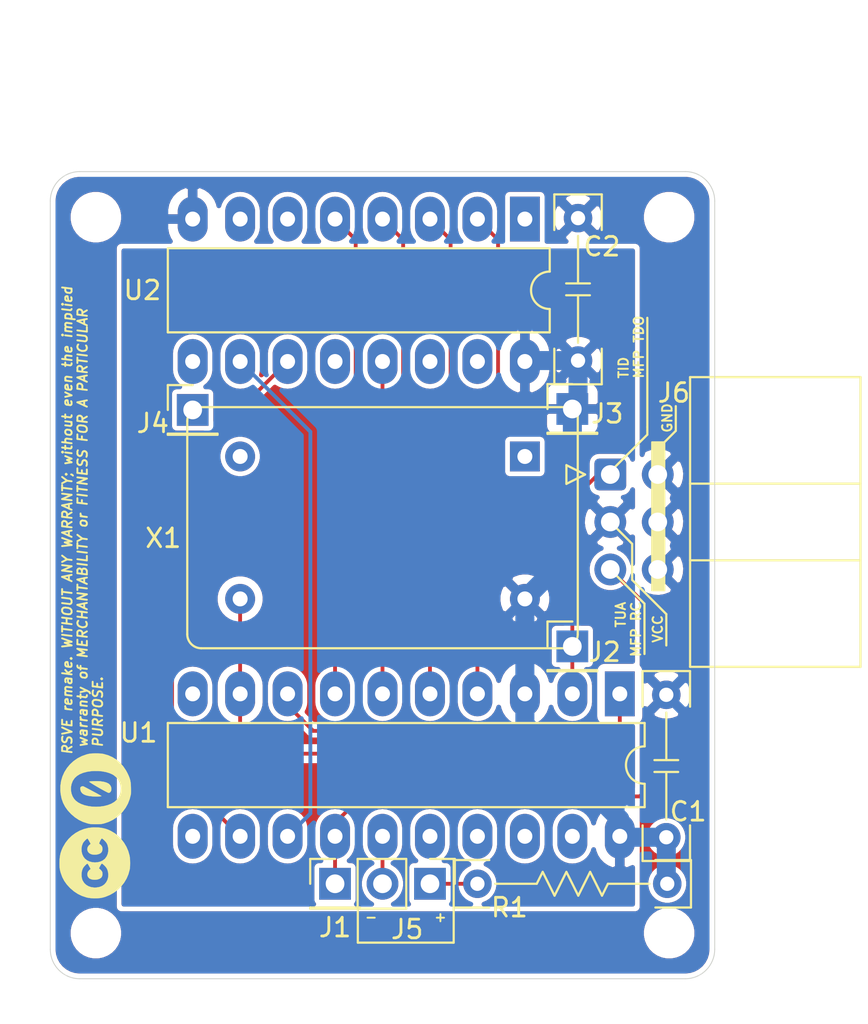
<source format=kicad_pcb>
(kicad_pcb (version 20171130) (host pcbnew 5.1.12-84ad8e8a86~92~ubuntu18.04.1)
  (title_block (date 2022-11-09))
  (layers (0 F.Cu signal) (1 In1.Cu signal) (2 In2.Cu signal) (31 B.Cu signal) (34 B.Paste user) (35 F.Paste user) (36 B.SilkS user) (37 F.SilkS user) (38 B.Mask user) (39 F.Mask user) (44 Edge.Cuts user))
  (net 0 "")
  (net 1 GND)
  (net 2 VCC)
  (net 3 /tua)
  (net 4 /tid)
  (net 5 /led-)
  (net 6 /led+)
  (net 7 "Net-(U1-Pad19)")
  (net 8 /clk)
  (net 9 "Net-(U1-Pad18)")
  (net 10 /q7)
  (net 11 "Net-(U1-Pad17)")
  (net 12 "Net-(U1-Pad7)")
  (net 13 "Net-(U1-Pad16)")
  (net 14 "Net-(U1-Pad6)")
  (net 15 "Net-(U1-Pad5)")
  (net 16 "Net-(U1-Pad4)")
  (net 17 /cp)
  (net 18 /mr)
  (net 19 "Net-(U2-Pad15)")
  (net 20 "Net-(U2-Pad7)")
  (net 21 "Net-(U2-Pad14)")
  (net 22 "Net-(U2-Pad6)")
  (net 23 "Net-(U2-Pad12)")
  (net 24 "Net-(U2-Pad9)")
  (net 25 "Net-(U2-Pad1)")
  (net 26 "Net-(X1-Pad1)")
  (module MountingHole:MountingHole_2.2mm_M2 (layer F.Cu) (at 78.6384 116.8908)
    (fp_text reference H4)
    (fp_text value M2)
    (pad 1 np_thru_hole circle (at 0 0) (size 2.2 2.2) (drill 2.2) (layers *.Cu *.Mask))
  )
  (module MountingHole:MountingHole_2.2mm_M2 (layer F.Cu) (at 109.3216 116.8908)
    (fp_text reference H3)
    (fp_text value M2)
    (pad 1 np_thru_hole circle (at 0 0) (size 2.2 2.2) (drill 2.2) (layers *.Cu *.Mask))
  )
  (module MountingHole:MountingHole_2.2mm_M2 (layer F.Cu) (at 109.3216 78.5876)
    (fp_text reference H2)
    (fp_text value M2)
    (pad 1 np_thru_hole circle (at 0 0) (size 2.2 2.2) (drill 2.2) (layers *.Cu *.Mask))
  )
  (module MountingHole:MountingHole_2.2mm_M2 (layer F.Cu) (at 78.6384 78.5876)
    (fp_text reference H1)
    (fp_text value M2)
    (pad 1 np_thru_hole circle (at 0 0) (size 2.2 2.2) (drill 2.2) (layers *.Cu *.Mask))
  )
  (module cliparts:logo--cc--zero (layer F.Cu) (at 78.6384 109.1692 90)
    (fp_text reference G*** hide)
    (fp_text value LOGO hide)
    (fp_poly (pts (xy 0.057321 -0.830424) (xy 0.083463 -0.820686) (xy 0.117309 -0.780814) (xy 0.137478 -0.725549) (xy 0.137747 -0.680571) (xy 0.127503 -0.657424) (xy 0.102603 -0.607525) (xy 0.06567 -0.535781) (xy 0.019328 -0.447098) (xy -0.033802 -0.346382) (xy -0.091097 -0.238539) (xy -0.149934 -0.128475) (xy -0.20769 -0.021096) (xy -0.261742 0.07869) (xy -0.309468 0.165979) (xy -0.348245 0.235863) (xy -0.375451 0.283438) (xy -0.388462 0.303795) (xy -0.388486 0.30382) (xy -0.393459 0.290764) (xy -0.400181 0.249603) (xy -0.407406 0.188391) (xy -0.40931 0.169171) (xy -0.413139 0.092066) (xy -0.413075 -0.007241) (xy -0.409332 -0.114899) (xy -0.403675 -0.199571) (xy -0.382038 -0.376288) (xy -0.349163 -0.520517) (xy -0.304017 -0.634591) (xy -0.245569 -0.720841) (xy -0.172787 -0.781601) (xy -0.138177 -0.799862) (xy -0.070544 -0.82254) (xy -0.001027 -0.833136) (xy 0.057321 -0.830424)) (layer F.SilkS) (width 0.01))
    (fp_poly (pts (xy 0.383764 -0.357274) (xy 0.393353 -0.321778) (xy 0.40108 -0.257806) (xy 0.406723 -0.173131) (xy 0.41006 -0.075525) (xy 0.410869 0.027239) (xy 0.408929 0.127388) (xy 0.404016 0.217149) (xy 0.401074 0.249312) (xy 0.3739 0.425253) (xy 0.333003 0.568124) (xy 0.278198 0.678521) (xy 0.261348 0.702372) (xy 0.190452 0.769059) (xy 0.101924 0.813267) (xy 0.00607 0.831874) (xy -0.086801 0.82176) (xy -0.108484 0.814324) (xy -0.177149 0.773742) (xy -0.212652 0.720491) (xy -0.217714 0.686685) (xy -0.209228 0.658752) (xy -0.185436 0.606283) (xy -0.14884 0.53362) (xy -0.101939 0.445101) (xy -0.047235 0.345066) (xy 0.012774 0.237856) (xy 0.075585 0.12781) (xy 0.138699 0.019269) (xy 0.199616 -0.083428) (xy 0.255834 -0.175941) (xy 0.304853 -0.253931) (xy 0.344174 -0.313056) (xy 0.371295 -0.348978) (xy 0.383716 -0.357356) (xy 0.383764 -0.357274)) (layer F.SilkS) (width 0.01))
    (fp_poly (pts (xy 0.165523 -1.89717) (xy 0.419686 -1.859637) (xy 0.664181 -1.787833) (xy 0.896761 -1.682579) (xy 1.115182 -1.544698) (xy 1.304474 -1.38712) (xy 1.481837 -1.195152) (xy 1.631406 -0.981221) (xy 1.750897 -0.749165) (xy 1.838026 -0.502822) (xy 1.844128 -0.480359) (xy 1.863624 -0.401998) (xy 1.877214 -0.332288) (xy 1.885988 -0.26112) (xy 1.891036 -0.178383) (xy 1.893449 -0.073966) (xy 1.893958 -0.018143) (xy 1.893143 0.121119) (xy 1.888203 0.233522) (xy 1.878477 0.32833) (xy 1.8633 0.414805) (xy 1.862771 0.417286) (xy 1.792249 0.662677) (xy 1.689954 0.891356) (xy 1.557011 1.101922) (xy 1.394546 1.292972) (xy 1.203684 1.463102) (xy 0.985551 1.61091) (xy 0.843643 1.687511) (xy 0.704335 1.75318) (xy 0.582976 1.801925) (xy 0.469017 1.836271) (xy 0.351906 1.858744) (xy 0.221093 1.871867) (xy 0.066027 1.878168) (xy 0.045357 1.878584) (xy -0.057047 1.87988) (xy -0.149573 1.879943) (xy -0.22482 1.878851) (xy -0.275389 1.876683) (xy -0.290286 1.875007) (xy -0.554392 1.807678) (xy -0.795148 1.713832) (xy -1.015524 1.591928) (xy -1.218493 1.440426) (xy -1.333868 1.333968) (xy -1.511617 1.132692) (xy -1.657864 0.913606) (xy -1.77222 0.677378) (xy -1.84672 0.45378) (xy -1.865359 0.379667) (xy -1.878292 0.31352) (xy -1.886515 0.245572) (xy -1.891027 0.166054) (xy -1.892822 0.065197) (xy -1.892977 0.011949) (xy -0.962263 0.011949) (xy -0.952186 0.225626) (xy -0.922519 0.434426) (xy -0.872812 0.63303) (xy -0.802618 0.816122) (xy -0.796966 0.828134) (xy -0.702488 0.988993) (xy -0.587229 1.120459) (xy -0.45277 1.221717) (xy -0.300691 1.29195) (xy -0.132571 1.330343) (xy 0.050008 1.33608) (xy 0.163286 1.323908) (xy 0.326889 1.280535) (xy 0.476659 1.204962) (xy 0.609024 1.099792) (xy 0.720412 0.967631) (xy 0.774855 0.878033) (xy 0.844141 0.718825) (xy 0.897988 0.533618) (xy 0.935244 0.329766) (xy 0.954756 0.114625) (xy 0.955373 -0.104449) (xy 0.947333 -0.222973) (xy 0.912947 -0.464304) (xy 0.858093 -0.676541) (xy 0.782907 -0.859426) (xy 0.687524 -1.0127) (xy 0.57208 -1.136105) (xy 0.436711 -1.229384) (xy 0.411082 -1.242542) (xy 0.249752 -1.303406) (xy 0.082219 -1.333412) (xy -0.086049 -1.333434) (xy -0.249586 -1.304349) (xy -0.402924 -1.247033) (xy -0.540596 -1.16236) (xy -0.636437 -1.074798) (xy -0.734485 -0.943512) (xy -0.815634 -0.785201) (xy -0.879434 -0.605182) (xy -0.925439 -0.408773) (xy -0.953198 -0.20129) (xy -0.962263 0.011949) (xy -1.892977 0.011949) (xy -1.893012 0) (xy -1.892259 -0.115871) (xy -1.889329 -0.205279) (xy -1.883215 -0.278029) (xy -1.87291 -0.343923) (xy -1.857409 -0.412765) (xy -1.846226 -0.455728) (xy -1.765836 -0.697077) (xy -1.658279 -0.918824) (xy -1.520588 -1.126164) (xy -1.350311 -1.323756) (xy -1.159879 -1.500692) (xy -0.961487 -1.643312) (xy -0.751606 -1.753235) (xy -0.526709 -1.832081) (xy -0.283267 -1.88147) (xy -0.096062 -1.899611) (xy 0.165523 -1.89717)) (layer F.SilkS) (width 0.01))
  )
  (module cliparts:logo--cc--cc (layer F.Cu) (at 78.5876 113.1316 90)
    (fp_text reference G*** hide)
    (fp_text value LOGO hide)
    (fp_poly (pts (xy 0.181573 -1.88911) (xy 0.356543 -1.871074) (xy 0.516513 -1.837606) (xy 0.67123 -1.78662) (xy 0.830442 -1.716032) (xy 0.843643 -1.709487) (xy 1.070063 -1.576968) (xy 1.272256 -1.418939) (xy 1.448851 -1.23807) (xy 1.59848 -1.037032) (xy 1.719773 -0.818495) (xy 1.81136 -0.585129) (xy 1.871872 -0.339604) (xy 1.899941 -0.084591) (xy 1.894196 0.177239) (xy 1.878437 0.308429) (xy 1.853943 0.448409) (xy 1.825086 0.566605) (xy 1.787398 0.677514) (xy 1.736411 0.795637) (xy 1.71349 0.843643) (xy 1.594377 1.04822) (xy 1.445139 1.238044) (xy 1.270073 1.409836) (xy 1.073479 1.560318) (xy 0.859654 1.686213) (xy 0.632895 1.784243) (xy 0.397503 1.85113) (xy 0.390465 1.852598) (xy 0.274583 1.870164) (xy 0.137355 1.881003) (xy -0.009239 1.885001) (xy -0.153222 1.882044) (xy -0.282615 1.872018) (xy -0.362857 1.859794) (xy -0.608774 1.792389) (xy -0.84152 1.692819) (xy -1.058442 1.563648) (xy -1.256888 1.407438) (xy -1.434207 1.226752) (xy -1.587745 1.024153) (xy -1.714851 0.802205) (xy -1.812872 0.563469) (xy -1.855612 0.417286) (xy -1.881501 0.273424) (xy -1.894726 0.10788) (xy -1.895294 -0.034735) (xy -1.3212 -0.034735) (xy -1.318302 0.081038) (xy -1.290796 0.243029) (xy -1.237057 0.381658) (xy -1.155967 0.499747) (xy -1.150236 0.506209) (xy -1.04068 0.601841) (xy -0.911682 0.669965) (xy -0.768744 0.709424) (xy -0.617371 0.719062) (xy -0.463063 0.697722) (xy -0.371906 0.669772) (xy -0.295824 0.634434) (xy -0.224288 0.584414) (xy -0.149678 0.515804) (xy -0.098676 0.46176) (xy -0.05957 0.414453) (xy -0.038389 0.381431) (xy -0.036285 0.373837) (xy -0.052325 0.350606) (xy -0.096884 0.318213) (xy -0.164235 0.280736) (xy -0.292185 0.216302) (xy -0.368342 0.299837) (xy -0.428999 0.357355) (xy -0.486889 0.390111) (xy -0.522838 0.400697) (xy -0.618426 0.407074) (xy -0.70938 0.386575) (xy -0.783917 0.342107) (xy -0.792298 0.334209) (xy -0.846678 0.256777) (xy -0.883244 0.157152) (xy -0.901671 0.044798) (xy -0.901658 -0.000564) (xy 0.021925 -0.000564) (xy 0.032819 0.147536) (xy 0.067865 0.289005) (xy 0.127017 0.417388) (xy 0.210228 0.526226) (xy 0.228506 0.543934) (xy 0.349757 0.631795) (xy 0.487782 0.69001) (xy 0.637194 0.717665) (xy 0.792606 0.713848) (xy 0.948631 0.677644) (xy 0.970666 0.669772) (xy 1.046747 0.634434) (xy 1.118283 0.584414) (xy 1.192893 0.515804) (xy 1.243904 0.46171) (xy 1.283013 0.414289) (xy 1.304188 0.381114) (xy 1.306286 0.37346) (xy 1.29179 0.351835) (xy 1.254093 0.323517) (xy 1.201883 0.292771) (xy 1.143849 0.263861) (xy 1.088679 0.241053) (xy 1.04506 0.22861) (xy 1.021681 0.230797) (xy 1.02029 0.23308) (xy 1.003623 0.261215) (xy 0.972063 0.302343) (xy 0.959106 0.317537) (xy 0.886365 0.374553) (xy 0.797859 0.403743) (xy 0.702027 0.404313) (xy 0.607307 0.375471) (xy 0.569508 0.354149) (xy 0.517338 0.300429) (xy 0.476897 0.220085) (xy 0.449855 0.121353) (xy 0.43788 0.012473) (xy 0.442643 -0.098318) (xy 0.460246 -0.18494) (xy 0.503984 -0.281315) (xy 0.567876 -0.351762) (xy 0.645923 -0.394996) (xy 0.732128 -0.409727) (xy 0.820491 -0.394669) (xy 0.905013 -0.348535) (xy 0.962346 -0.292681) (xy 1.016645 -0.226807) (xy 1.156522 -0.30268) (xy 1.219954 -0.338556) (xy 1.269762 -0.369494) (xy 1.298243 -0.390592) (xy 1.301968 -0.395261) (xy 1.293807 -0.420456) (xy 1.263689 -0.46093) (xy 1.218455 -0.509885) (xy 1.164944 -0.560519) (xy 1.109995 -0.606035) (xy 1.060447 -0.639631) (xy 1.0511 -0.644672) (xy 0.911788 -0.696839) (xy 0.763841 -0.719532) (xy 0.614253 -0.713716) (xy 0.470018 -0.680356) (xy 0.338131 -0.620416) (xy 0.225585 -0.534862) (xy 0.220802 -0.530141) (xy 0.134623 -0.420083) (xy 0.072781 -0.29083) (xy 0.035231 -0.148838) (xy 0.021925 -0.000564) (xy -0.901658 -0.000564) (xy -0.901636 -0.070823) (xy -0.882815 -0.180246) (xy -0.844886 -0.274009) (xy -0.814547 -0.31687) (xy -0.740947 -0.375776) (xy -0.655247 -0.404356) (xy -0.56465 -0.403011) (xy -0.476356 -0.372142) (xy -0.397567 -0.31215) (xy -0.380225 -0.292681) (xy -0.325926 -0.226807) (xy -0.186049 -0.30268) (xy -0.12248 -0.338813) (xy -0.072453 -0.370357) (xy -0.043729 -0.392287) (xy -0.039923 -0.397301) (xy -0.048117 -0.422599) (xy -0.078488 -0.462977) (xy -0.124195 -0.511726) (xy -0.178395 -0.562141) (xy -0.234249 -0.607514) (xy -0.284915 -0.641138) (xy -0.293064 -0.645479) (xy -0.421737 -0.692962) (xy -0.565556 -0.716327) (xy -0.713429 -0.715426) (xy -0.854269 -0.690113) (xy -0.950387 -0.654165) (xy -1.074292 -0.574791) (xy -1.175104 -0.469605) (xy -1.251046 -0.342163) (xy -1.300338 -0.196021) (xy -1.3212 -0.034735) (xy -1.895294 -0.034735) (xy -1.895423 -0.067078) (xy -1.88373 -0.239179) (xy -1.859785 -0.396155) (xy -1.845815 -0.455728) (xy -1.767541 -0.692448) (xy -1.662289 -0.910967) (xy -1.527044 -1.11655) (xy -1.358789 -1.31446) (xy -1.346304 -1.327531) (xy -1.160235 -1.500286) (xy -0.964759 -1.639929) (xy -0.75504 -1.749348) (xy -0.526241 -1.831427) (xy -0.480631 -1.844059) (xy -0.402317 -1.863556) (xy -0.332789 -1.877142) (xy -0.261944 -1.885903) (xy -0.17968 -1.890926) (xy -0.075895 -1.893297) (xy -0.018143 -1.893796) (xy 0.181573 -1.88911)) (layer F.SilkS) (width 0.01))
  )
  (module Connector_IDC:IDC-Header_2x03_P2.54mm_Horizontal (layer F.Cu) (at 106.172 92.3544)
    (fp_text reference J6 (at 3.4036 -4.3688) (layer F.SilkS))
    (fp_text value "IDC connector")
    (fp_line (start -2.35 0.5) (end -1.35 0) (layer F.SilkS) (width 0.12))
    (fp_line (start -2.35 -0.5) (end -2.35 0.5) (layer F.SilkS) (width 0.12))
    (fp_line (start -1.35 0) (end -2.35 -0.5) (layer F.SilkS) (width 0.12))
    (fp_line (start 4.27 10.29) (end 4.27 -5.21) (layer F.SilkS) (width 0.12))
    (fp_line (start 13.39 10.29) (end 4.27 10.29) (layer F.SilkS) (width 0.12))
    (fp_line (start 13.39 -5.21) (end 13.39 10.29) (layer F.SilkS) (width 0.12))
    (fp_line (start 4.27 -5.21) (end 13.39 -5.21) (layer F.SilkS) (width 0.12))
    (fp_line (start 4.27 4.59) (end 13.39 4.59) (layer F.SilkS) (width 0.12))
    (fp_line (start 4.27 0.49) (end 13.39 0.49) (layer F.SilkS) (width 0.12))
    (pad 6 thru_hole circle (at 2.54 5.08) (size 1.7 1.7) (drill 1) (layers *.Cu *.Mask) (net 1 GND))
    (pad 4 thru_hole circle (at 2.54 2.54) (size 1.7 1.7) (drill 1) (layers *.Cu *.Mask) (net 1 GND))
    (pad 2 thru_hole circle (at 2.54 0) (size 1.7 1.7) (drill 1) (layers *.Cu *.Mask) (net 1 GND))
    (pad 5 thru_hole circle (at 0 5.08) (size 1.7 1.7) (drill 1) (layers *.Cu *.Mask) (net 3 /tua))
    (pad 3 thru_hole circle (at 0 2.54) (size 1.7 1.7) (drill 1) (layers *.Cu *.Mask) (net 2 VCC))
    (pad 1 thru_hole roundrect (at 0 0) (size 1.7 1.7) (drill 1) (layers *.Cu *.Mask) (roundrect_rratio 0.147059) (net 4 /tid))
  )
  (module rsve:silkscreen (layer F.Cu) (at 94.107 97.79)
    (fp_text reference G*** hide)
    (fp_text value LOGO hide)
  )
  (module rsve:bottom-side (layer F.Cu) (at 94.107 97.79)
    (fp_text reference G*** hide)
    (fp_text value LOGO hide)
  )
  (module Oscillator:Oscillator_DIP-14 (layer F.Cu) (at 101.6 91.3892 180)
    (fp_text reference X1 (at 19.3548 -4.3688) (layer F.SilkS))
    (fp_text value "1,8432 MHz")
    (fp_line (start -2.83 -9.51) (end -2.83 2.64) (layer F.SilkS) (width 0.12))
    (fp_line (start 17.32 -10.26) (end -2.08 -10.26) (layer F.SilkS) (width 0.12))
    (fp_line (start 18.07 1.89) (end 18.07 -9.51) (layer F.SilkS) (width 0.12))
    (fp_line (start -2.83 2.64) (end 17.32 2.64) (layer F.SilkS) (width 0.12))
    (fp_arc (start -2.08 -9.51) (end -2.83 -9.51) (angle 90) (layer F.SilkS) (width 0.12))
    (fp_arc (start 17.32 -9.51) (end 17.32 -10.26) (angle 90) (layer F.SilkS) (width 0.12))
    (fp_arc (start 17.32 1.89) (end 18.07 1.89) (angle 90) (layer F.SilkS) (width 0.12))
    (pad 7 thru_hole circle (at 15.24 0 180) (size 1.6 1.6) (drill 0.8) (layers *.Cu *.Mask) (net 1 GND))
    (pad 8 thru_hole circle (at 15.24 -7.62 180) (size 1.6 1.6) (drill 0.8) (layers *.Cu *.Mask) (net 8 /clk))
    (pad 14 thru_hole circle (at 0 -7.62 180) (size 1.6 1.6) (drill 0.8) (layers *.Cu *.Mask) (net 2 VCC))
    (pad 1 thru_hole rect (at 0 0 180) (size 1.6 1.6) (drill 0.8) (layers *.Cu *.Mask) (net 26 "Net-(X1-Pad1)"))
  )
  (module Package_DIP:DIP-16_W7.62mm_LongPads (layer F.Cu) (at 101.6 78.6892 270)
    (fp_text reference U2 (at 3.81 20.4724 180) (layer F.SilkS))
    (fp_text value 12-STAGE_BINARY_RIPPLE_COUNTER_PHY)
    (fp_line (start 2.81 -1.33) (end 1.56 -1.33) (layer F.SilkS) (width 0.12))
    (fp_line (start 1.56 -1.33) (end 1.56 19.11) (layer F.SilkS) (width 0.12))
    (fp_line (start 1.56 19.11) (end 6.06 19.11) (layer F.SilkS) (width 0.12))
    (fp_line (start 6.06 19.11) (end 6.06 -1.33) (layer F.SilkS) (width 0.12))
    (fp_line (start 6.06 -1.33) (end 4.81 -1.33) (layer F.SilkS) (width 0.12))
    (fp_arc (start 3.81 -1.33) (end 2.81 -1.33) (angle -180) (layer F.SilkS) (width 0.12))
    (pad 16 thru_hole oval (at 7.62 0 270) (size 2.4 1.6) (drill 0.8) (layers *.Cu *.Mask) (net 2 VCC))
    (pad 8 thru_hole oval (at 0 17.78 270) (size 2.4 1.6) (drill 0.8) (layers *.Cu *.Mask) (net 1 GND))
    (pad 15 thru_hole oval (at 7.62 2.54 270) (size 2.4 1.6) (drill 0.8) (layers *.Cu *.Mask) (net 19 "Net-(U2-Pad15)"))
    (pad 7 thru_hole oval (at 0 15.24 270) (size 2.4 1.6) (drill 0.8) (layers *.Cu *.Mask) (net 20 "Net-(U2-Pad7)"))
    (pad 14 thru_hole oval (at 7.62 5.08 270) (size 2.4 1.6) (drill 0.8) (layers *.Cu *.Mask) (net 21 "Net-(U2-Pad14)"))
    (pad 6 thru_hole oval (at 0 12.7 270) (size 2.4 1.6) (drill 0.8) (layers *.Cu *.Mask) (net 22 "Net-(U2-Pad6)"))
    (pad 13 thru_hole oval (at 7.62 7.62 270) (size 2.4 1.6) (drill 0.8) (layers *.Cu *.Mask) (net 10 /q7))
    (pad 5 thru_hole oval (at 0 10.16 270) (size 2.4 1.6) (drill 0.8) (layers *.Cu *.Mask) (net 12 "Net-(U1-Pad7)"))
    (pad 12 thru_hole oval (at 7.62 10.16 270) (size 2.4 1.6) (drill 0.8) (layers *.Cu *.Mask) (net 23 "Net-(U2-Pad12)"))
    (pad 4 thru_hole oval (at 0 7.62 270) (size 2.4 1.6) (drill 0.8) (layers *.Cu *.Mask) (net 14 "Net-(U1-Pad6)"))
    (pad 11 thru_hole oval (at 7.62 12.7 270) (size 2.4 1.6) (drill 0.8) (layers *.Cu *.Mask) (net 18 /mr))
    (pad 3 thru_hole oval (at 0 5.08 270) (size 2.4 1.6) (drill 0.8) (layers *.Cu *.Mask) (net 15 "Net-(U1-Pad5)"))
    (pad 10 thru_hole oval (at 7.62 15.24 270) (size 2.4 1.6) (drill 0.8) (layers *.Cu *.Mask) (net 17 /cp))
    (pad 2 thru_hole oval (at 0 2.54 270) (size 2.4 1.6) (drill 0.8) (layers *.Cu *.Mask) (net 16 "Net-(U1-Pad4)"))
    (pad 9 thru_hole oval (at 7.62 17.78 270) (size 2.4 1.6) (drill 0.8) (layers *.Cu *.Mask) (net 24 "Net-(U2-Pad9)"))
    (pad 1 thru_hole rect (at 0 0 270) (size 2.4 1.6) (drill 0.8) (layers *.Cu *.Mask) (net 25 "Net-(U2-Pad1)"))
  )
  (module Package_DIP:DIP-20_W7.62mm_LongPads (layer F.Cu) (at 106.68 104.0892 270)
    (fp_text reference U1 (at 2.0828 25.7556 180) (layer F.SilkS))
    (fp_text value GAL16V8_PHY)
    (fp_line (start 2.81 -1.33) (end 1.56 -1.33) (layer F.SilkS) (width 0.12))
    (fp_line (start 1.56 -1.33) (end 1.56 24.19) (layer F.SilkS) (width 0.12))
    (fp_line (start 1.56 24.19) (end 6.06 24.19) (layer F.SilkS) (width 0.12))
    (fp_line (start 6.06 24.19) (end 6.06 -1.33) (layer F.SilkS) (width 0.12))
    (fp_line (start 6.06 -1.33) (end 4.81 -1.33) (layer F.SilkS) (width 0.12))
    (fp_arc (start 3.81 -1.33) (end 2.81 -1.33) (angle -180) (layer F.SilkS) (width 0.12))
    (pad 20 thru_hole oval (at 7.62 0 270) (size 2.4 1.6) (drill 0.8) (layers *.Cu *.Mask) (net 2 VCC))
    (pad 10 thru_hole oval (at 0 22.86 270) (size 2.4 1.6) (drill 0.8) (layers *.Cu *.Mask) (net 1 GND))
    (pad 19 thru_hole oval (at 7.62 2.54 270) (size 2.4 1.6) (drill 0.8) (layers *.Cu *.Mask) (net 7 "Net-(U1-Pad19)"))
    (pad 9 thru_hole oval (at 0 20.32 270) (size 2.4 1.6) (drill 0.8) (layers *.Cu *.Mask) (net 8 /clk))
    (pad 18 thru_hole oval (at 7.62 5.08 270) (size 2.4 1.6) (drill 0.8) (layers *.Cu *.Mask) (net 9 "Net-(U1-Pad18)"))
    (pad 8 thru_hole oval (at 0 17.78 270) (size 2.4 1.6) (drill 0.8) (layers *.Cu *.Mask) (net 10 /q7))
    (pad 17 thru_hole oval (at 7.62 7.62 270) (size 2.4 1.6) (drill 0.8) (layers *.Cu *.Mask) (net 11 "Net-(U1-Pad17)"))
    (pad 7 thru_hole oval (at 0 15.24 270) (size 2.4 1.6) (drill 0.8) (layers *.Cu *.Mask) (net 12 "Net-(U1-Pad7)"))
    (pad 16 thru_hole oval (at 7.62 10.16 270) (size 2.4 1.6) (drill 0.8) (layers *.Cu *.Mask) (net 13 "Net-(U1-Pad16)"))
    (pad 6 thru_hole oval (at 0 12.7 270) (size 2.4 1.6) (drill 0.8) (layers *.Cu *.Mask) (net 14 "Net-(U1-Pad6)"))
    (pad 15 thru_hole oval (at 7.62 12.7 270) (size 2.4 1.6) (drill 0.8) (layers *.Cu *.Mask) (net 5 /led-))
    (pad 5 thru_hole oval (at 0 10.16 270) (size 2.4 1.6) (drill 0.8) (layers *.Cu *.Mask) (net 15 "Net-(U1-Pad5)"))
    (pad 14 thru_hole oval (at 7.62 15.24 270) (size 2.4 1.6) (drill 0.8) (layers *.Cu *.Mask) (net 3 /tua))
    (pad 4 thru_hole oval (at 0 7.62 270) (size 2.4 1.6) (drill 0.8) (layers *.Cu *.Mask) (net 16 "Net-(U1-Pad4)"))
    (pad 13 thru_hole oval (at 7.62 17.78 270) (size 2.4 1.6) (drill 0.8) (layers *.Cu *.Mask) (net 17 /cp))
    (pad 3 thru_hole oval (at 0 5.08 270) (size 2.4 1.6) (drill 0.8) (layers *.Cu *.Mask) (net 2 VCC))
    (pad 12 thru_hole oval (at 7.62 20.32 270) (size 2.4 1.6) (drill 0.8) (layers *.Cu *.Mask) (net 18 /mr))
    (pad 2 thru_hole oval (at 0 2.54 270) (size 2.4 1.6) (drill 0.8) (layers *.Cu *.Mask) (net 4 /tid))
    (pad 11 thru_hole oval (at 7.62 22.86 270) (size 2.4 1.6) (drill 0.8) (layers *.Cu *.Mask) (net 1 GND))
    (pad 1 thru_hole rect (at 0 0 270) (size 2.4 1.6) (drill 0.8) (layers *.Cu *.Mask) (net 8 /clk))
  )
  (module commons-passives_THT:Passive_THT_resistor_W2.54mm_L10.16mm (layer F.Cu) (at 104.14 114.2492 180)
    (fp_text reference R1 (at 4.445 -1.27) (layer F.SilkS) (effects (justify left)))
    (fp_text value 1K)
    (fp_line (start 1.5875 0.635) (end 1.905 0) (layer F.SilkS) (width 0.12))
    (fp_line (start 0.9525 -0.635) (end 1.5875 0.635) (layer F.SilkS) (width 0.12))
    (fp_line (start 0.3175 0.635) (end 0.9525 -0.635) (layer F.SilkS) (width 0.12))
    (fp_line (start -0.3175 -0.635) (end 0.3175 0.635) (layer F.SilkS) (width 0.12))
    (fp_line (start -0.9525 0.635) (end -0.3175 -0.635) (layer F.SilkS) (width 0.12))
    (fp_line (start -1.5875 -0.635) (end -0.9525 0.635) (layer F.SilkS) (width 0.12))
    (fp_line (start -1.905 0) (end -1.5875 -0.635) (layer F.SilkS) (width 0.12))
    (fp_line (start -4.445 1.27) (end -6.35 1.27) (layer F.SilkS) (width 0.12))
    (fp_line (start -6.35 1.27) (end -6.35 -1.27) (layer F.SilkS) (width 0.12))
    (fp_line (start -6.35 -1.27) (end -4.445 -1.27) (layer F.SilkS) (width 0.12))
    (fp_line (start 4.445 -1.27) (end 6.35 -1.27) (layer F.SilkS) (width 0.12))
    (fp_line (start 6.35 -1.27) (end 6.35 1.27) (layer F.SilkS) (width 0.12))
    (fp_line (start 6.35 1.27) (end 4.445 1.27) (layer F.SilkS) (width 0.12))
    (fp_line (start -4.1275 0) (end -1.905 0) (layer F.SilkS) (width 0.12))
    (fp_line (start 1.905 0) (end 4.1275 0) (layer F.SilkS) (width 0.12))
    (pad 2 thru_hole circle (at 5.08 0 180) (size 1.524 1.524) (drill 0.762) (layers *.Cu *.Mask) (net 6 /led+))
    (pad 1 thru_hole circle (at -5.08 0 180) (size 1.524 1.524) (drill 0.762) (layers *.Cu *.Mask) (net 2 VCC))
  )
  (module Connector_PinHeader_2.54mm:PinHeader_1x02_P2.54mm_Vertical (layer F.Cu) (at 96.52 114.2492 270)
    (fp_text reference J5 (at 2.4384 1.2192 180) (layer F.SilkS))
    (fp_text value Led)
    (fp_line (start -1.33 3.87) (end 1.33 3.87) (layer F.SilkS) (width 0.12))
    (fp_line (start -1.33 1.27) (end -1.33 3.87) (layer F.SilkS) (width 0.12))
    (fp_line (start 1.33 1.27) (end 1.33 3.87) (layer F.SilkS) (width 0.12))
    (fp_line (start -1.33 1.27) (end 1.33 1.27) (layer F.SilkS) (width 0.12))
    (fp_line (start -1.33 0) (end -1.33 -1.33) (layer F.SilkS) (width 0.12))
    (fp_line (start -1.33 -1.33) (end 0 -1.33) (layer F.SilkS) (width 0.12))
    (pad 2 thru_hole oval (at 0 2.54 270) (size 1.7 1.7) (drill 1) (layers *.Cu *.Mask) (net 5 /led-))
    (pad 1 thru_hole rect (at 0 0 270) (size 1.7 1.7) (drill 1) (layers *.Cu *.Mask) (net 6 /led+))
  )
  (module Connector_PinHeader_2.54mm:PinHeader_1x01_P2.54mm_Vertical (layer F.Cu) (at 83.82 88.9)
    (fp_text reference J4 (at -2.1336 0.7112) (layer F.SilkS))
    (fp_text value GND)
    (fp_line (start -1.33 1.33) (end 1.33 1.33) (layer F.SilkS) (width 0.12))
    (fp_line (start -1.33 1.27) (end -1.33 1.33) (layer F.SilkS) (width 0.12))
    (fp_line (start 1.33 1.27) (end 1.33 1.33) (layer F.SilkS) (width 0.12))
    (fp_line (start -1.33 1.27) (end 1.33 1.27) (layer F.SilkS) (width 0.12))
    (fp_line (start -1.33 0) (end -1.33 -1.33) (layer F.SilkS) (width 0.12))
    (fp_line (start -1.33 -1.33) (end 0 -1.33) (layer F.SilkS) (width 0.12))
    (pad 1 thru_hole rect (at 0 0) (size 1.7 1.7) (drill 1) (layers *.Cu *.Mask) (net 1 GND))
  )
  (module Connector_PinHeader_2.54mm:PinHeader_1x01_P2.54mm_Vertical (layer F.Cu) (at 104.14 88.8492)
    (fp_text reference J3 (at 0.9144 0.254) (layer F.SilkS) (effects (justify left)))
    (fp_text value VCC)
    (fp_line (start -1.33 1.33) (end 1.33 1.33) (layer F.SilkS) (width 0.12))
    (fp_line (start -1.33 1.27) (end -1.33 1.33) (layer F.SilkS) (width 0.12))
    (fp_line (start 1.33 1.27) (end 1.33 1.33) (layer F.SilkS) (width 0.12))
    (fp_line (start -1.33 1.27) (end 1.33 1.27) (layer F.SilkS) (width 0.12))
    (fp_line (start -1.33 0) (end -1.33 -1.33) (layer F.SilkS) (width 0.12))
    (fp_line (start -1.33 -1.33) (end 0 -1.33) (layer F.SilkS) (width 0.12))
    (pad 1 thru_hole rect (at 0 0) (size 1.7 1.7) (drill 1) (layers *.Cu *.Mask) (net 2 VCC))
  )
  (module Connector_PinHeader_2.54mm:PinHeader_1x01_P2.54mm_Vertical (layer F.Cu) (at 104.14 101.5492)
    (fp_text reference J2 (at 1.7272 0.3048) (layer F.SilkS))
    (fp_text value "MFP TDO")
    (fp_line (start -1.33 1.33) (end 1.33 1.33) (layer F.SilkS) (width 0.12))
    (fp_line (start -1.33 1.27) (end -1.33 1.33) (layer F.SilkS) (width 0.12))
    (fp_line (start 1.33 1.27) (end 1.33 1.33) (layer F.SilkS) (width 0.12))
    (fp_line (start -1.33 1.27) (end 1.33 1.27) (layer F.SilkS) (width 0.12))
    (fp_line (start -1.33 0) (end -1.33 -1.33) (layer F.SilkS) (width 0.12))
    (fp_line (start -1.33 -1.33) (end 0 -1.33) (layer F.SilkS) (width 0.12))
    (pad 1 thru_hole rect (at 0 0) (size 1.7 1.7) (drill 1) (layers *.Cu *.Mask) (net 4 /tid))
  )
  (module Connector_PinHeader_2.54mm:PinHeader_1x01_P2.54mm_Vertical (layer F.Cu) (at 91.44 114.2492)
    (fp_text reference J1 (at 0 2.3368) (layer F.SilkS))
    (fp_text value "MFP RC")
    (fp_line (start -1.33 1.33) (end 1.33 1.33) (layer F.SilkS) (width 0.12))
    (fp_line (start -1.33 1.27) (end -1.33 1.33) (layer F.SilkS) (width 0.12))
    (fp_line (start 1.33 1.27) (end 1.33 1.33) (layer F.SilkS) (width 0.12))
    (fp_line (start -1.33 1.27) (end 1.33 1.27) (layer F.SilkS) (width 0.12))
    (fp_line (start -1.33 0) (end -1.33 -1.33) (layer F.SilkS) (width 0.12))
    (fp_line (start -1.33 -1.33) (end 0 -1.33) (layer F.SilkS) (width 0.12))
    (pad 1 thru_hole rect (at 0 0) (size 1.7 1.7) (drill 1) (layers *.Cu *.Mask) (net 3 /tua))
  )
  (module commons-passives_THT:Passive_THT_capacitor_mlcc_W2.54mm_L7.62mm (layer F.Cu) (at 104.4448 82.4484 90)
    (fp_text reference C2 (at 2.286 0.2032 180) (layer F.SilkS) (effects (justify left)))
    (fp_text value 0.1uF)
    (fp_line (start 0.3175 -0.635) (end 0.3175 0.635) (layer F.SilkS) (width 0.12))
    (fp_line (start -0.3175 -0.635) (end -0.3175 0.635) (layer F.SilkS) (width 0.12))
    (fp_line (start -3.175 1.27) (end -5.08 1.27) (layer F.SilkS) (width 0.12))
    (fp_line (start -5.08 1.27) (end -5.08 -1.27) (layer F.SilkS) (width 0.12))
    (fp_line (start -5.08 -1.27) (end -3.175 -1.27) (layer F.SilkS) (width 0.12))
    (fp_line (start 3.175 -1.27) (end 5.08 -1.27) (layer F.SilkS) (width 0.12))
    (fp_line (start 5.08 -1.27) (end 5.08 1.27) (layer F.SilkS) (width 0.12))
    (fp_line (start 5.08 1.27) (end 3.175 1.27) (layer F.SilkS) (width 0.12))
    (fp_line (start -2.8575 0) (end -0.3175 0) (layer F.SilkS) (width 0.12))
    (fp_line (start 0.3175 0) (end 2.8575 0) (layer F.SilkS) (width 0.12))
    (pad 2 thru_hole circle (at 3.81 0 90) (size 1.524 1.524) (drill 0.762) (layers *.Cu *.Mask) (net 1 GND))
    (pad 1 thru_hole circle (at -3.81 0 90) (size 1.524 1.524) (drill 0.762) (layers *.Cu *.Mask) (net 2 VCC))
  )
  (module commons-passives_THT:Passive_THT_capacitor_mlcc_W2.54mm_L7.62mm (layer F.Cu) (at 109.1692 107.95 90)
    (fp_text reference C1 (at -2.4384 1.1684 180) (layer F.SilkS))
    (fp_text value 0.1uF)
    (fp_line (start 0.3175 -0.635) (end 0.3175 0.635) (layer F.SilkS) (width 0.12))
    (fp_line (start -0.3175 -0.635) (end -0.3175 0.635) (layer F.SilkS) (width 0.12))
    (fp_line (start -3.175 1.27) (end -5.08 1.27) (layer F.SilkS) (width 0.12))
    (fp_line (start -5.08 1.27) (end -5.08 -1.27) (layer F.SilkS) (width 0.12))
    (fp_line (start -5.08 -1.27) (end -3.175 -1.27) (layer F.SilkS) (width 0.12))
    (fp_line (start 3.175 -1.27) (end 5.08 -1.27) (layer F.SilkS) (width 0.12))
    (fp_line (start 5.08 -1.27) (end 5.08 1.27) (layer F.SilkS) (width 0.12))
    (fp_line (start 5.08 1.27) (end 3.175 1.27) (layer F.SilkS) (width 0.12))
    (fp_line (start -2.8575 0) (end -0.3175 0) (layer F.SilkS) (width 0.12))
    (fp_line (start 0.3175 0) (end 2.8575 0) (layer F.SilkS) (width 0.12))
    (pad 2 thru_hole circle (at 3.81 0 90) (size 1.524 1.524) (drill 0.762) (layers *.Cu *.Mask) (net 1 GND))
    (pad 1 thru_hole circle (at -3.81 0 90) (size 1.524 1.524) (drill 0.762) (layers *.Cu *.Mask) (net 2 VCC))
  )
  (gr_text "RSVE remake. WITHOUT ANY WARRANTY; without even the implied\n warranty of MERCHANTABILITY or FITNESS FOR A PARTICULAR\n PURPOSE." (at 77.9272 107.3912 90) (layer F.SilkS) (effects (font (size 0.508 0.508) (thickness 0.1016) italic) (justify left)))
  (gr_line (start 109.6772 88.9) (end 109.6772 88.6968) (layer F.SilkS) (width 0.12))
  (gr_line (start 109.6772 90.0176) (end 109.6772 88.9) (layer F.SilkS) (width 0.12))
  (gr_line (start 109.0676 90.6272) (end 109.6772 90.0176) (layer F.SilkS) (width 0.12))
  (gr_line (start 109.1692 99.822) (end 109.1692 101.4984) (layer F.SilkS) (width 0.12))
  (gr_line (start 107.3404 97.9932) (end 109.1692 99.822) (layer F.SilkS) (width 0.12))
  (gr_line (start 107.3404 96.0628) (end 107.3404 97.9932) (layer F.SilkS) (width 0.12))
  (gr_line (start 106.172 94.8944) (end 107.3404 96.0628) (layer F.SilkS) (width 0.12))
  (gr_text VCC (at 108.712 99.822 90) (layer F.SilkS) (effects (font (size 0.508 0.508) (thickness 0.1016)) (justify right)))
  (gr_text - (at 93.3704 116.0272) (layer F.SilkS) (effects (font (size 0.508 0.508) (thickness 0.1016))))
  (gr_text + (at 97.0788 116.0272) (layer F.SilkS) (effects (font (size 0.508 0.508) (thickness 0.1016))))
  (gr_line (start 108.1532 86.9696) (end 108.1532 83.9724) (layer F.SilkS) (width 0.12))
  (gr_line (start 97.79 117.3988) (end 97.79 115.5192) (layer F.SilkS) (width 0.12))
  (gr_line (start 97.7392 117.3988) (end 97.79 117.3988) (layer F.SilkS) (width 0.12))
  (gr_line (start 92.6592 117.3988) (end 97.7392 117.3988) (layer F.SilkS) (width 0.12))
  (gr_line (start 92.6592 115.57) (end 92.6592 117.3988) (layer F.SilkS) (width 0.12))
  (gr_poly (pts (xy 109.0676 98.552) (xy 108.4072 98.552) (xy 108.4072 90.6272) (xy 109.0676 90.6272)) (layer F.SilkS) (width 0.1))
  (gr_line (start 108.1532 90.2208) (end 106.1212 92.2528) (layer F.SilkS) (width 0.12))
  (gr_line (start 108.1532 90.0176) (end 108.1532 90.2208) (layer F.SilkS) (width 0.12))
  (gr_line (start 108.1532 89.8144) (end 108.1532 90.0176) (layer F.SilkS) (width 0.12))
  (gr_line (start 108.1532 86.9696) (end 108.1532 89.8144) (layer F.SilkS) (width 0.12))
  (gr_line (start 108.0008 99.2632) (end 106.172 97.4344) (layer F.SilkS) (width 0.12))
  (gr_line (start 108.0008 101.9556) (end 108.0008 99.2632) (layer F.SilkS) (width 0.12))
  (gr_text "TUA\nMFP RC" (at 107.1372 99.1108 90) (layer F.SilkS) (effects (font (size 0.508 0.508) (thickness 0.1016)) (justify right)))
  (gr_text "TID\nMFP TDO" (at 107.2896 87.2744 90) (layer F.SilkS) (effects (font (size 0.508 0.508) (thickness 0.1016)) (justify left)))
  (gr_text GND (at 109.22 90.17 90) (layer F.SilkS) (effects (font (size 0.508 0.508) (thickness 0.1016)) (justify left)))
  (gr_line (start 76.2 117.7544) (end 76.2 77.724) (layer Edge.Cuts) (width 0.05))
  (gr_line (start 110.1852 119.3292) (end 77.7748 119.3292) (layer Edge.Cuts) (width 0.05))
  (gr_line (start 111.76 77.724) (end 111.76 117.7544) (layer Edge.Cuts) (width 0.05))
  (gr_line (start 77.7748 76.1492) (end 110.1852 76.1492) (layer Edge.Cuts) (width 0.05))
  (gr_arc (start 110.1852 77.724) (end 111.76 77.724) (angle -90) (layer Edge.Cuts) (width 0.05))
  (gr_arc (start 110.1852 117.7544) (end 110.1852 119.3292) (angle -90) (layer Edge.Cuts) (width 0.05))
  (gr_arc (start 77.7748 117.7544) (end 76.2 117.7544) (angle -90) (layer Edge.Cuts) (width 0.05))
  (gr_arc (start 77.7748 77.724) (end 77.7748 76.1492) (angle -90) (layer Edge.Cuts) (width 0.05))
  (segment (start 104.4448 88.5444) (end 104.14 88.8492) (width 1.016) (layer B.Cu) (net 2))
  (segment (start 104.4448 86.2584) (end 104.4448 88.5444) (width 1.016) (layer B.Cu) (net 2))
  (segment (start 104.14 96.4692) (end 101.6 99.0092) (width 1.016) (layer B.Cu) (net 2))
  (segment (start 104.14 88.8492) (end 104.14 96.4692) (width 1.016) (layer B.Cu) (net 2))
  (segment (start 106.7308 111.76) (end 106.68 111.7092) (width 1.016) (layer B.Cu) (net 2))
  (segment (start 109.1692 111.76) (end 106.7308 111.76) (width 1.016) (layer B.Cu) (net 2))
  (segment (start 101.6 99.0092) (end 101.6 104.0892) (width 1.016) (layer B.Cu) (net 2))
  (segment (start 109.1692 114.1984) (end 109.22 114.2492) (width 1.016) (layer B.Cu) (net 2))
  (segment (start 109.1692 111.76) (end 109.1692 114.1984) (width 1.016) (layer B.Cu) (net 2))
  (segment (start 101.6508 86.2584) (end 101.6 86.3092) (width 1.016) (layer B.Cu) (net 2))
  (segment (start 104.4448 86.2584) (end 101.6508 86.2584) (width 1.016) (layer B.Cu) (net 2))
  (segment (start 106.68 111.7092) (end 106.68 110.7948) (width 1.016) (layer B.Cu) (net 2))
  (segment (start 101.6 105.7148) (end 101.6 104.0892) (width 1.016) (layer B.Cu) (net 2))
  (segment (start 106.68 110.7948) (end 101.6 105.7148) (width 1.016) (layer B.Cu) (net 2))
  (segment (start 91.44 114.2492) (end 91.44 111.7092) (width 0.2032) (layer F.Cu) (net 3))
  (segment (start 106.172 97.4344) (end 110.5408 101.8032) (width 0.2032) (layer F.Cu) (net 3))
  (segment (start 110.5408 101.8032) (end 110.5408 106.7816) (width 0.2032) (layer F.Cu) (net 3))
  (segment (start 110.5408 106.7816) (end 107.7468 109.5756) (width 0.2032) (layer F.Cu) (net 3))
  (segment (start 107.7468 109.5756) (end 92.8624 109.5756) (width 0.2032) (layer F.Cu) (net 3))
  (segment (start 91.44 110.998) (end 91.44 111.7092) (width 0.2032) (layer F.Cu) (net 3))
  (segment (start 92.8624 109.5756) (end 91.44 110.998) (width 0.2032) (layer F.Cu) (net 3))
  (segment (start 104.14 104.0892) (end 104.14 101.5492) (width 0.2032) (layer F.Cu) (net 4))
  (segment (start 104.14 101.5492) (end 104.14 93.726) (width 0.2032) (layer F.Cu) (net 4))
  (segment (start 105.5116 92.3544) (end 106.172 92.3544) (width 0.2032) (layer F.Cu) (net 4))
  (segment (start 104.14 93.726) (end 105.5116 92.3544) (width 0.2032) (layer F.Cu) (net 4))
  (segment (start 93.98 114.2492) (end 93.98 111.7092) (width 0.2032) (layer F.Cu) (net 5))
  (segment (start 99.06 114.2492) (end 96.52 114.2492) (width 0.2032) (layer F.Cu) (net 6))
  (segment (start 86.36 99.0092) (end 86.36 104.0892) (width 0.2032) (layer F.Cu) (net 8))
  (segment (start 86.36 104.0892) (end 86.36 106.3244) (width 0.2032) (layer F.Cu) (net 8))
  (segment (start 86.36 106.3244) (end 87.3252 107.2896) (width 0.2032) (layer F.Cu) (net 8))
  (segment (start 87.3252 107.2896) (end 105.2576 107.2896) (width 0.2032) (layer F.Cu) (net 8))
  (segment (start 106.68 105.8672) (end 106.68 104.0892) (width 0.2032) (layer F.Cu) (net 8))
  (segment (start 105.2576 107.2896) (end 106.68 105.8672) (width 0.2032) (layer F.Cu) (net 8))
  (segment (start 93.98 86.3092) (end 93.98 89.8144) (width 0.2032) (layer F.Cu) (net 10))
  (segment (start 93.98 89.8144) (end 92.71 91.0844) (width 0.2032) (layer F.Cu) (net 10))
  (segment (start 92.71 91.0844) (end 92.71 105.3592) (width 0.2032) (layer F.Cu) (net 10))
  (segment (start 92.71 105.3592) (end 91.9988 106.0704) (width 0.2032) (layer F.Cu) (net 10))
  (segment (start 91.9988 106.0704) (end 90.2716 106.0704) (width 0.2032) (layer F.Cu) (net 10))
  (segment (start 88.9 104.6988) (end 88.9 104.0892) (width 0.2032) (layer F.Cu) (net 10))
  (segment (start 90.2716 106.0704) (end 88.9 104.6988) (width 0.2032) (layer F.Cu) (net 10))
  (segment (start 92.54481 79.79401) (end 92.54481 89.77639) (width 0.2032) (layer F.Cu) (net 12))
  (segment (start 91.44 78.6892) (end 92.54481 79.79401) (width 0.2032) (layer F.Cu) (net 12))
  (segment (start 91.44 90.8812) (end 91.44 104.0892) (width 0.2032) (layer F.Cu) (net 12))
  (segment (start 92.54481 89.77639) (end 91.44 90.8812) (width 0.2032) (layer F.Cu) (net 12))
  (segment (start 95.08481 79.79401) (end 95.08481 89.77639) (width 0.2032) (layer F.Cu) (net 14))
  (segment (start 93.98 78.6892) (end 95.08481 79.79401) (width 0.2032) (layer F.Cu) (net 14))
  (segment (start 93.98 90.8812) (end 93.98 104.0892) (width 0.2032) (layer F.Cu) (net 14))
  (segment (start 95.08481 89.77639) (end 93.98 90.8812) (width 0.2032) (layer F.Cu) (net 14))
  (segment (start 97.62481 79.79401) (end 97.62481 89.77639) (width 0.2032) (layer F.Cu) (net 15))
  (segment (start 96.52 78.6892) (end 97.62481 79.79401) (width 0.2032) (layer F.Cu) (net 15))
  (segment (start 96.52 90.8812) (end 96.52 104.0892) (width 0.2032) (layer F.Cu) (net 15))
  (segment (start 97.62481 89.77639) (end 96.52 90.8812) (width 0.2032) (layer F.Cu) (net 15))
  (segment (start 100.16481 79.79401) (end 100.16481 89.67479) (width 0.2032) (layer F.Cu) (net 16))
  (segment (start 99.06 78.6892) (end 100.16481 79.79401) (width 0.2032) (layer F.Cu) (net 16))
  (segment (start 99.06 90.7796) (end 99.06 104.0892) (width 0.2032) (layer F.Cu) (net 16))
  (segment (start 100.16481 89.67479) (end 99.06 90.7796) (width 0.2032) (layer F.Cu) (net 16))
  (segment (start 88.9 111.7092) (end 90.1192 110.49) (width 0.2032) (layer B.Cu) (net 17))
  (segment (start 90.1192 90.0684) (end 86.36 86.3092) (width 0.2032) (layer B.Cu) (net 17))
  (segment (start 90.1192 110.49) (end 90.1192 90.0684) (width 0.2032) (layer B.Cu) (net 17))
  (segment (start 85.3948 89.8144) (end 88.9 86.3092) (width 0.2032) (layer F.Cu) (net 18))
  (segment (start 82.71519 92.49401) (end 85.3948 89.8144) (width 0.2032) (layer F.Cu) (net 18))
  (segment (start 82.71519 108.06439) (end 82.71519 92.49401) (width 0.2032) (layer F.Cu) (net 18))
  (segment (start 86.36 111.7092) (end 82.71519 108.06439) (width 0.2032) (layer F.Cu) (net 18))
  (zone (net 1) (net_name GND) (layer F.Cu) (connect_pads (clearance 0.254)) (min_thickness 0.254) (fill yes (arc_segments 32) (thermal_gap 0.508) (thermal_bridge_width 0.508))
    (polygon (pts (xy 114.7064 121.7676) (xy 75.5396 121.7676) (xy 75.5396 75.5396) (xy 114.7064 75.5396)))
  )
  (zone (net 2) (net_name VCC) (layer F.Cu) (priority 1) (connect_pads (clearance 0.254)) (min_thickness 0.254) (fill yes (arc_segments 32) (thermal_gap 0.508) (thermal_bridge_width 0.508))
    (polygon (pts (xy 107.4928 115.4684) (xy 80.01 115.4684) (xy 80.01 80.264) (xy 107.4928 80.264)))
  )
  (zone (net 2) (net_name VCC) (layer B.Cu) (priority 1) (connect_pads (clearance 0.254)) (min_thickness 0.254) (fill yes (arc_segments 32) (thermal_gap 0.508) (thermal_bridge_width 0.508))
    (polygon (pts (xy 107.4928 115.4684) (xy 80.01 115.4684) (xy 80.01 80.264) (xy 107.4928 80.264)))
  )
  (zone (net 1) (net_name GND) (layer B.Cu) (connect_pads (clearance 0.254)) (min_thickness 0.254) (fill yes (arc_segments 32) (thermal_gap 0.508) (thermal_bridge_width 0.508))
    (polygon (pts (xy 114.1476 121.2088) (xy 74.9808 121.2088) (xy 74.9808 74.9808) (xy 114.1476 74.9808)))
  )
)
</source>
